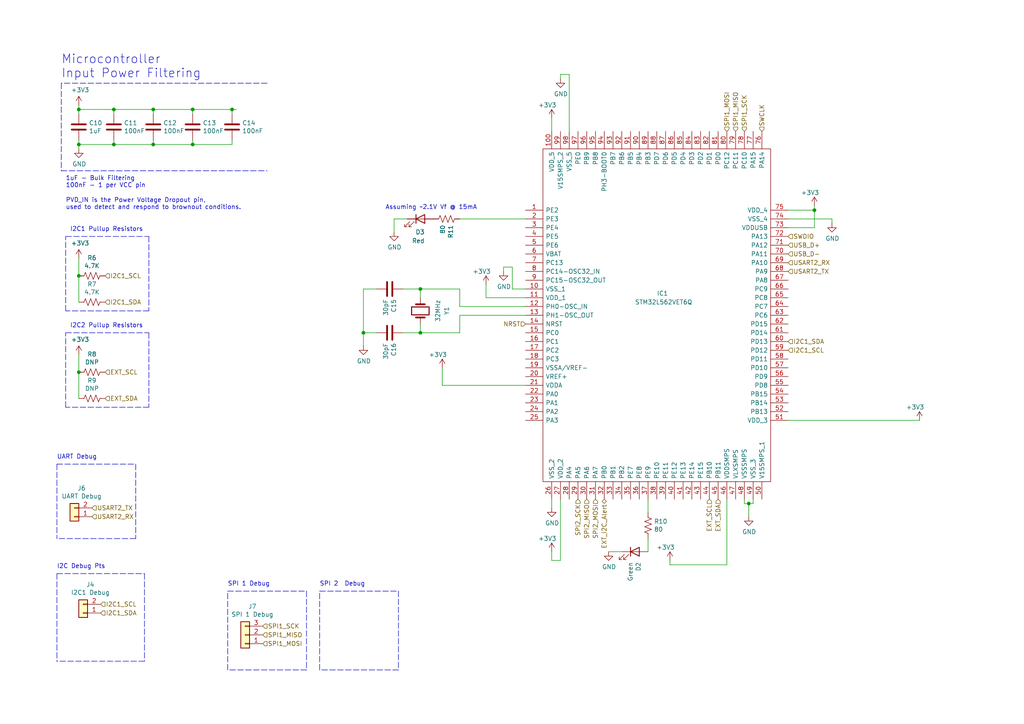
<source format=kicad_sch>
(kicad_sch (version 20211123) (generator eeschema)
  (paper "A4")
  (title_block (title "STM32L552CC Schematic") (date "2021-12-06") (rev "v1.0.4") (company "Missouri S&T Rocket Design Team '21 (Thomas Francois)") (comment 1 "https://github.com/MSTRocketDesignTeam/Avionics-Data-Collection-PCB") (comment 2 "Intended as initial pre-production design") (comment 3 "Schematic depicting logical connections between components"))
  (lib_symbols
    (symbol "Connector_Generic:Conn_01x02" (pin_names (offset 1.016) hide)
      (property "Reference" "J" (at 0 2.54 0))
      (property "Value" "Conn_01x02" (at 0 -5.08 0))
      (symbol "Conn_01x02_1_1"
        (rectangle (start -1.27 -2.413) (end 0 -2.667) (stroke (width 0.1524)))
        (rectangle (start -1.27 0.127) (end 0 -0.127) (stroke (width 0.1524)))
        (rectangle (start -1.27 1.27) (end 1.27 -3.81) (stroke (width 0.254)) (fill (type background)))
        (pin passive line (at -5.08 0 0) (length 3.81) (name "Pin_1") (number "1"))
        (pin passive line (at -5.08 -2.54 0) (length 3.81) (name "Pin_2") (number "2"))
      )
    )
    (symbol "Connector_Generic:Conn_01x03" (pin_names (offset 1.016) hide)
      (property "Reference" "J" (at 0 5.08 0))
      (property "Value" "Conn_01x03" (at 0 -5.08 0))
      (symbol "Conn_01x03_1_1"
        (rectangle (start -1.27 -2.413) (end 0 -2.667) (stroke (width 0.1524)))
        (rectangle (start -1.27 0.127) (end 0 -0.127) (stroke (width 0.1524)))
        (rectangle (start -1.27 2.667) (end 0 2.413) (stroke (width 0.1524)))
        (rectangle (start -1.27 3.81) (end 1.27 -3.81) (stroke (width 0.254)) (fill (type background)))
        (pin passive line (at -5.08 2.54 0) (length 3.81) (name "Pin_1") (number "1"))
        (pin passive line (at -5.08 0 0) (length 3.81) (name "Pin_2") (number "2"))
        (pin passive line (at -5.08 -2.54 0) (length 3.81) (name "Pin_3") (number "3"))
      )
    )
    (symbol "Data_Collection_KiCAD_Project-rescue:+3.3V-power-Data_Collection_KiCAD_Project-rescue" (power) (pin_names (offset 0))
      (property "Value" "Data_Collection_KiCAD_Project-rescue_+3.3V-power-Data_Collection_KiCAD_Project-rescue" (at 0 3.556 0))
      (symbol "+3.3V-power-Data_Collection_KiCAD_Project-rescue_0_1"
        (polyline (pts (xy -0.762 1.27) (xy 0 2.54)))
        (polyline (pts (xy 0 0) (xy 0 2.54)))
        (polyline (pts (xy 0 2.54) (xy 0.762 1.27)))
      )
      (symbol "+3.3V-power-Data_Collection_KiCAD_Project-rescue_1_1"
        (pin power_in line (at 0 0 90) (length 0) hide (name "+3V3") (number "1"))
      )
    )
    (symbol "Data_Collection_KiCAD_Project-rescue:C-Device-Data_Collection_KiCAD_Project-rescue" (pin_numbers hide) (pin_names (offset 0.254))
      (property "Reference" "C" (at 0.635 2.54 0))
      (property "Value" "Data_Collection_KiCAD_Project-rescue_C-Device-Data_Collection_KiCAD_Project-rescue" (at 0.635 -2.54 0))
      (symbol "C-Device-Data_Collection_KiCAD_Project-rescue_0_1"
        (polyline (pts (xy -2.032 -0.762) (xy 2.032 -0.762)) (stroke (width 0.508)))
        (polyline (pts (xy -2.032 0.762) (xy 2.032 0.762)) (stroke (width 0.508)))
      )
      (symbol "C-Device-Data_Collection_KiCAD_Project-rescue_1_1"
        (pin passive line (at 0 3.81 270) (length 2.794) (name "~") (number "1"))
        (pin passive line (at 0 -3.81 90) (length 2.794) (name "~") (number "2"))
      )
    )
    (symbol "Data_Collection_KiCAD_Project-rescue:Crystal-Device-Data_Collection_KiCAD_Project-rescue" (pin_numbers hide) (pin_names (offset 1.016) hide)
      (property "Reference" "Y" (at 0 3.81 0))
      (property "Value" "Data_Collection_KiCAD_Project-rescue_Crystal-Device-Data_Collection_KiCAD_Project-rescue" (at 0 -3.81 0))
      (symbol "Crystal-Device-Data_Collection_KiCAD_Project-rescue_0_1"
        (rectangle (start -1.143 2.54) (end 1.143 -2.54) (stroke (width 0.3048)))
        (polyline (pts (xy -2.54 0) (xy -1.905 0)))
        (polyline (pts (xy -1.905 -1.27) (xy -1.905 1.27)) (stroke (width 0.508)))
        (polyline (pts (xy 1.905 -1.27) (xy 1.905 1.27)) (stroke (width 0.508)))
        (polyline (pts (xy 2.54 0) (xy 1.905 0)))
      )
      (symbol "Crystal-Device-Data_Collection_KiCAD_Project-rescue_1_1"
        (pin passive line (at -3.81 0 0) (length 1.27) (name "1") (number "1"))
        (pin passive line (at 3.81 0 180) (length 1.27) (name "2") (number "2"))
      )
    )
    (symbol "Data_Collection_KiCAD_Project-rescue:GND-power-Data_Collection_KiCAD_Project-rescue" (power) (pin_names (offset 0))
      (property "Value" "Data_Collection_KiCAD_Project-rescue_GND-power-Data_Collection_KiCAD_Project-rescue" (at 0 -3.81 0))
      (symbol "GND-power-Data_Collection_KiCAD_Project-rescue_0_1"
        (polyline (pts (xy 0 0) (xy 0 -1.27) (xy 1.27 -1.27) (xy 0 -2.54) (xy -1.27 -1.27) (xy 0 -1.27)))
      )
      (symbol "GND-power-Data_Collection_KiCAD_Project-rescue_1_1"
        (pin power_in line (at 0 0 270) (length 0) hide (name "GND") (number "1"))
      )
    )
    (symbol "Data_Collection_KiCAD_Project-rescue:LED-Device-Data_Collection_KiCAD_Project-rescue" (pin_numbers hide) (pin_names (offset 1.016) hide)
      (property "Reference" "D" (at 0 2.54 0))
      (property "Value" "Data_Collection_KiCAD_Project-rescue_LED-Device-Data_Collection_KiCAD_Project-rescue" (at 0 -2.54 0))
      (symbol "LED-Device-Data_Collection_KiCAD_Project-rescue_0_1"
        (polyline (pts (xy -1.27 -1.27) (xy -1.27 1.27)) (stroke (width 0.254)))
        (polyline (pts (xy -1.27 0) (xy 1.27 0)))
        (polyline (pts (xy 1.27 -1.27) (xy 1.27 1.27) (xy -1.27 0) (xy 1.27 -1.27)) (stroke (width 0.254)))
        (polyline (pts (xy -3.048 -0.762) (xy -4.572 -2.286) (xy -3.81 -2.286) (xy -4.572 -2.286) (xy -4.572 -1.524)))
        (polyline (pts (xy -1.778 -0.762) (xy -3.302 -2.286) (xy -2.54 -2.286) (xy -3.302 -2.286) (xy -3.302 -1.524)))
      )
      (symbol "LED-Device-Data_Collection_KiCAD_Project-rescue_1_1"
        (pin passive line (at -3.81 0 0) (length 2.54) (name "K") (number "1"))
        (pin passive line (at 3.81 0 180) (length 2.54) (name "A") (number "2"))
      )
    )
    (symbol "Data_Collection_KiCAD_Project-rescue:STM32L562VET6Q-SamacSys_Parts-Charges_KiCAD_Project-rescue" (pin_names (offset 0.762))
      (property "Reference" "IC" (at 72.39 22.86 0))
      (property "Value" "Data_Collection_KiCAD_Project-rescue_STM32L562VET6Q-SamacSys_Parts-Charges_KiCAD_Project-rescue" (at 72.39 20.32 0))
      (symbol "STM32L562VET6Q-SamacSys_Parts-Charges_KiCAD_Project-rescue_0_0"
        (pin passive line (at 0 0 0) (length 5.08) (name "PE2") (number "1"))
        (pin passive line (at 0 -22.86 0) (length 5.08) (name "VSS_1") (number "10"))
        (pin passive line (at 7.62 22.86 270) (length 5.08) (name "VDD_5") (number "100"))
        (pin passive line (at 0 -25.4 0) (length 5.08) (name "VDD_1") (number "11"))
        (pin passive line (at 0 -27.94 0) (length 5.08) (name "PH0-OSC_IN") (number "12"))
        (pin passive line (at 0 -30.48 0) (length 5.08) (name "PH1-OSC_OUT") (number "13"))
        (pin passive line (at 0 -33.02 0) (length 5.08) (name "NRST") (number "14"))
        (pin passive line (at 0 -35.56 0) (length 5.08) (name "PC0") (number "15"))
        (pin passive line (at 0 -38.1 0) (length 5.08) (name "PC1") (number "16"))
        (pin passive line (at 0 -40.64 0) (length 5.08) (name "PC2") (number "17"))
        (pin passive line (at 0 -43.18 0) (length 5.08) (name "PC3") (number "18"))
        (pin passive line (at 0 -45.72 0) (length 5.08) (name "VSSA/VREF-") (number "19"))
        (pin passive line (at 0 -2.54 0) (length 5.08) (name "PE3") (number "2"))
        (pin passive line (at 0 -48.26 0) (length 5.08) (name "VREF+") (number "20"))
        (pin passive line (at 0 -50.8 0) (length 5.08) (name "VDDA") (number "21"))
        (pin passive line (at 0 -53.34 0) (length 5.08) (name "PA0") (number "22"))
        (pin passive line (at 0 -55.88 0) (length 5.08) (name "PA1") (number "23"))
        (pin passive line (at 0 -58.42 0) (length 5.08) (name "PA2") (number "24"))
        (pin passive line (at 0 -60.96 0) (length 5.08) (name "PA3") (number "25"))
        (pin passive line (at 7.62 -83.82 90) (length 5.08) (name "VSS_2") (number "26"))
        (pin passive line (at 10.16 -83.82 90) (length 5.08) (name "VDD_2") (number "27"))
        (pin passive line (at 12.7 -83.82 90) (length 5.08) (name "PA4") (number "28"))
        (pin passive line (at 15.24 -83.82 90) (length 5.08) (name "PA5") (number "29"))
        (pin passive line (at 0 -5.08 0) (length 5.08) (name "PE4") (number "3"))
        (pin passive line (at 17.78 -83.82 90) (length 5.08) (name "PA6") (number "30"))
        (pin passive line (at 20.32 -83.82 90) (length 5.08) (name "PA7") (number "31"))
        (pin passive line (at 22.86 -83.82 90) (length 5.08) (name "PB0") (number "32"))
        (pin passive line (at 25.4 -83.82 90) (length 5.08) (name "PB1") (number "33"))
        (pin passive line (at 27.94 -83.82 90) (length 5.08) (name "PB2") (number "34"))
        (pin passive line (at 30.48 -83.82 90) (length 5.08) (name "PE7") (number "35"))
        (pin passive line (at 33.02 -83.82 90) (length 5.08) (name "PE8") (number "36"))
        (pin passive line (at 35.56 -83.82 90) (length 5.08) (name "PE9") (number "37"))
        (pin passive line (at 38.1 -83.82 90) (length 5.08) (name "PE10") (number "38"))
        (pin passive line (at 40.64 -83.82 90) (length 5.08) (name "PE11") (number "39"))
        (pin passive line (at 0 -7.62 0) (length 5.08) (name "PE5") (number "4"))
        (pin passive line (at 43.18 -83.82 90) (length 5.08) (name "PE12") (number "40"))
        (pin passive line (at 45.72 -83.82 90) (length 5.08) (name "PE13") (number "41"))
        (pin passive line (at 48.26 -83.82 90) (length 5.08) (name "PE14") (number "42"))
        (pin passive line (at 50.8 -83.82 90) (length 5.08) (name "PE15") (number "43"))
        (pin passive line (at 53.34 -83.82 90) (length 5.08) (name "PB10") (number "44"))
        (pin passive line (at 55.88 -83.82 90) (length 5.08) (name "PB11") (number "45"))
        (pin passive line (at 58.42 -83.82 90) (length 5.08) (name "VDDSMPS") (number "46"))
        (pin passive line (at 60.96 -83.82 90) (length 5.08) (name "VLXSMPS") (number "47"))
        (pin passive line (at 63.5 -83.82 90) (length 5.08) (name "VSSSMPS") (number "48"))
        (pin passive line (at 66.04 -83.82 90) (length 5.08) (name "VSS_3") (number "49"))
        (pin passive line (at 0 -10.16 0) (length 5.08) (name "PE6") (number "5"))
        (pin passive line (at 68.58 -83.82 90) (length 5.08) (name "V15SMPS_1") (number "50"))
        (pin passive line (at 76.2 -60.96 180) (length 5.08) (name "VDD_3") (number "51"))
        (pin passive line (at 76.2 -58.42 180) (length 5.08) (name "PB13") (number "52"))
        (pin passive line (at 76.2 -55.88 180) (length 5.08) (name "PB14") (number "53"))
        (pin passive line (at 76.2 -53.34 180) (length 5.08) (name "PB15") (number "54"))
        (pin passive line (at 76.2 -50.8 180) (length 5.08) (name "PD8") (number "55"))
        (pin passive line (at 76.2 -48.26 180) (length 5.08) (name "PD9") (number "56"))
        (pin passive line (at 76.2 -45.72 180) (length 5.08) (name "PD10") (number "57"))
        (pin passive line (at 76.2 -43.18 180) (length 5.08) (name "PD11") (number "58"))
        (pin passive line (at 76.2 -40.64 180) (length 5.08) (name "PD12") (number "59"))
        (pin passive line (at 0 -12.7 0) (length 5.08) (name "VBAT") (number "6"))
        (pin passive line (at 76.2 -38.1 180) (length 5.08) (name "PD13") (number "60"))
        (pin passive line (at 76.2 -35.56 180) (length 5.08) (name "PD14") (number "61"))
        (pin passive line (at 76.2 -33.02 180) (length 5.08) (name "PD15") (number "62"))
        (pin passive line (at 76.2 -30.48 180) (length 5.08) (name "PC6") (number "63"))
        (pin passive line (at 76.2 -27.94 180) (length 5.08) (name "PC7") (number "64"))
        (pin passive line (at 76.2 -25.4 180) (length 5.08) (name "PC8") (number "65"))
        (pin passive line (at 76.2 -22.86 180) (length 5.08) (name "PC9") (number "66"))
        (pin passive line (at 76.2 -20.32 180) (length 5.08) (name "PA8") (number "67"))
        (pin passive line (at 76.2 -17.78 180) (length 5.08) (name "PA9") (number "68"))
        (pin passive line (at 76.2 -15.24 180) (length 5.08) (name "PA10") (number "69"))
        (pin passive line (at 0 -15.24 0) (length 5.08) (name "PC13") (number "7"))
        (pin passive line (at 76.2 -12.7 180) (length 5.08) (name "PA11") (number "70"))
        (pin passive line (at 76.2 -10.16 180) (length 5.08) (name "PA12") (number "71"))
        (pin passive line (at 76.2 -7.62 180) (length 5.08) (name "PA13") (number "72"))
        (pin passive line (at 76.2 -5.08 180) (length 5.08) (name "VDDUSB") (number "73"))
        (pin passive line (at 76.2 -2.54 180) (length 5.08) (name "VSS_4") (number "74"))
        (pin passive line (at 76.2 0 180) (length 5.08) (name "VDD_4") (number "75"))
        (pin passive line (at 68.58 22.86 270) (length 5.08) (name "PA14") (number "76"))
        (pin passive line (at 66.04 22.86 270) (length 5.08) (name "PA15") (number "77"))
        (pin passive line (at 63.5 22.86 270) (length 5.08) (name "PC10") (number "78"))
        (pin passive line (at 60.96 22.86 270) (length 5.08) (name "PC11") (number "79"))
        (pin passive line (at 0 -17.78 0) (length 5.08) (name "PC14-OSC32_IN") (number "8"))
        (pin passive line (at 58.42 22.86 270) (length 5.08) (name "PC12") (number "80"))
        (pin passive line (at 55.88 22.86 270) (length 5.08) (name "PD0") (number "81"))
        (pin passive line (at 53.34 22.86 270) (length 5.08) (name "PD1") (number "82"))
        (pin passive line (at 50.8 22.86 270) (length 5.08) (name "PD2") (number "83"))
        (pin passive line (at 48.26 22.86 270) (length 5.08) (name "PD3") (number "84"))
        (pin passive line (at 45.72 22.86 270) (length 5.08) (name "PD4") (number "85"))
        (pin passive line (at 43.18 22.86 270) (length 5.08) (name "PD5") (number "86"))
        (pin passive line (at 40.64 22.86 270) (length 5.08) (name "PD6") (number "87"))
        (pin passive line (at 38.1 22.86 270) (length 5.08) (name "PD7") (number "88"))
        (pin passive line (at 35.56 22.86 270) (length 5.08) (name "PB3") (number "89"))
        (pin passive line (at 0 -20.32 0) (length 5.08) (name "PC15-OSC32_OUT") (number "9"))
        (pin passive line (at 33.02 22.86 270) (length 5.08) (name "PB4") (number "90"))
        (pin passive line (at 30.48 22.86 270) (length 5.08) (name "PB5") (number "91"))
        (pin passive line (at 27.94 22.86 270) (length 5.08) (name "PB6") (number "92"))
        (pin passive line (at 25.4 22.86 270) (length 5.08) (name "PB7") (number "93"))
        (pin passive line (at 22.86 22.86 270) (length 5.08) (name "PH3-BOOT0") (number "94"))
        (pin passive line (at 20.32 22.86 270) (length 5.08) (name "PB8") (number "95"))
        (pin passive line (at 17.78 22.86 270) (length 5.08) (name "PB9") (number "96"))
        (pin passive line (at 15.24 22.86 270) (length 5.08) (name "PE0") (number "97"))
        (pin passive line (at 12.7 22.86 270) (length 5.08) (name "VSS_5") (number "98"))
        (pin passive line (at 10.16 22.86 270) (length 5.08) (name "V15SMPS_2") (number "99"))
      )
      (symbol "STM32L562VET6Q-SamacSys_Parts-Charges_KiCAD_Project-rescue_0_1"
        (polyline (pts (xy 5.08 17.78) (xy 71.12 17.78) (xy 71.12 -78.74) (xy 5.08 -78.74) (xy 5.08 17.78)) (stroke (width 0.1524)))
      )
    )
    (symbol "Device:R_US" (pin_numbers hide) (pin_names (offset 0))
      (property "Reference" "R" (at 2.54 0 90))
      (property "Value" "R_US" (at -2.54 0 90))
      (symbol "R_US_0_1"
        (polyline (pts (xy 0 -2.286) (xy 0 -2.54)))
        (polyline (pts (xy 0 2.286) (xy 0 2.54)))
        (polyline (pts (xy 0 -0.762) (xy 1.016 -1.143) (xy 0 -1.524) (xy -1.016 -1.905) (xy 0 -2.286)))
        (polyline (pts (xy 0 0.762) (xy 1.016 0.381) (xy 0 0) (xy -1.016 -0.381) (xy 0 -0.762)))
        (polyline (pts (xy 0 2.286) (xy 1.016 1.905) (xy 0 1.524) (xy -1.016 1.143) (xy 0 0.762)))
      )
      (symbol "R_US_1_1"
        (pin passive line (at 0 3.81 270) (length 1.27) (name "~") (number "1"))
        (pin passive line (at 0 -3.81 90) (length 1.27) (name "~") (number "2"))
      )
    )
    (symbol "power:GND" (power) (pin_names (offset 0))
      (property "Value" "GND" (at 0 -3.81 0))
      (symbol "GND_0_1"
        (polyline (pts (xy 0 0) (xy 0 -1.27) (xy 1.27 -1.27) (xy 0 -2.54) (xy -1.27 -1.27) (xy 0 -1.27)))
      )
      (symbol "GND_1_1"
        (pin power_in line (at 0 0 270) (length 0) hide (name "GND") (number "1"))
      )
    )
  )
  (junction (at 44.45 31.75))
  (junction (at 44.45 41.91))
  (junction (at 217.17 146.05))
  (junction (at 22.86 80.01))
  (junction (at 55.88 41.91))
  (junction (at 22.86 31.75))
  (junction (at 121.92 83.82))
  (junction (at 121.92 96.52))
  (junction (at 236.22 60.96))
  (junction (at 22.86 107.95))
  (junction (at 67.31 31.75))
  (junction (at 22.86 41.91))
  (junction (at 55.88 31.75))
  (junction (at 33.02 41.91))
  (junction (at 105.41 96.52))
  (junction (at 33.02 31.75))
  (polyline (pts (xy 17.78 49.53) (xy 77.47 49.53)))
  (wire (pts (xy 162.56 162.56) (xy 160.02 162.56)))
  (polyline (pts (xy 43.18 68.58) (xy 43.18 90.17)))
  (polyline (pts (xy 66.04 194.31) (xy 66.04 171.45)))
  (wire (pts (xy 121.92 96.52) (xy 133.35 96.52)))
  (wire (pts (xy 215.9 144.78) (xy 215.9 146.05)))
  (wire (pts (xy 160.02 144.78) (xy 160.02 147.32)))
  (polyline (pts (xy 19.05 68.58) (xy 43.18 68.58)))
  (wire (pts (xy 162.56 21.59) (xy 162.56 22.86)))
  (polyline (pts (xy 16.51 166.37) (xy 41.91 166.37)))
  (wire (pts (xy 133.35 63.5) (xy 152.4 63.5)))
  (wire (pts (xy 33.02 31.75) (xy 22.86 31.75)))
  (polyline (pts (xy 19.05 118.11) (xy 19.05 96.52)))
  (polyline (pts (xy 39.37 134.62) (xy 39.37 156.21)))
  (wire (pts (xy 210.82 144.78) (xy 210.82 163.83)))
  (wire (pts (xy 33.02 41.91) (xy 44.45 41.91)))
  (wire (pts (xy 67.31 33.02) (xy 67.31 31.75)))
  (polyline (pts (xy 77.47 24.13) (xy 17.78 24.13)))
  (wire (pts (xy 121.92 96.52) (xy 121.92 93.98)))
  (polyline (pts (xy 66.04 171.45) (xy 88.9 171.45)))
  (wire (pts (xy 128.27 106.68) (xy 128.27 111.76)))
  (wire (pts (xy 22.86 102.87) (xy 22.86 107.95)))
  (wire (pts (xy 67.31 31.75) (xy 55.88 31.75)))
  (wire (pts (xy 152.4 86.36) (xy 140.97 86.36)))
  (polyline (pts (xy 41.91 191.77) (xy 16.51 191.77)))
  (wire (pts (xy 105.41 83.82) (xy 105.41 96.52)))
  (wire (pts (xy 44.45 33.02) (xy 44.45 31.75)))
  (polyline (pts (xy 92.71 194.31) (xy 92.71 171.45)))
  (polyline (pts (xy 19.05 96.52) (xy 43.18 96.52)))
  (wire (pts (xy 152.4 83.82) (xy 148.59 83.82)))
  (wire (pts (xy 236.22 60.96) (xy 236.22 59.69)))
  (polyline (pts (xy 17.78 24.13) (xy 17.78 49.53)))
  (wire (pts (xy 180.34 160.02) (xy 176.53 160.02)))
  (wire (pts (xy 228.6 60.96) (xy 236.22 60.96)))
  (wire (pts (xy 33.02 33.02) (xy 33.02 31.75)))
  (wire (pts (xy 67.31 31.75) (xy 68.58 31.75)))
  (polyline (pts (xy 39.37 156.21) (xy 16.51 156.21)))
  (wire (pts (xy 187.96 160.02) (xy 187.96 156.21)))
  (wire (pts (xy 22.86 30.48) (xy 22.86 31.75)))
  (wire (pts (xy 133.35 88.9) (xy 152.4 88.9)))
  (polyline (pts (xy 115.57 194.31) (xy 92.71 194.31)))
  (wire (pts (xy 140.97 82.55) (xy 140.97 86.36)))
  (wire (pts (xy 146.05 77.47) (xy 146.05 78.74)))
  (wire (pts (xy 67.31 41.91) (xy 67.31 40.64)))
  (wire (pts (xy 165.1 21.59) (xy 162.56 21.59)))
  (wire (pts (xy 217.17 146.05) (xy 218.44 146.05)))
  (wire (pts (xy 218.44 146.05) (xy 218.44 144.78)))
  (wire (pts (xy 105.41 96.52) (xy 109.22 96.52)))
  (wire (pts (xy 116.84 96.52) (xy 121.92 96.52)))
  (polyline (pts (xy 43.18 118.11) (xy 19.05 118.11)))
  (wire (pts (xy 121.92 86.36) (xy 121.92 83.82)))
  (wire (pts (xy 215.9 146.05) (xy 217.17 146.05)))
  (wire (pts (xy 44.45 41.91) (xy 55.88 41.91)))
  (polyline (pts (xy 43.18 96.52) (xy 43.18 118.11)))
  (wire (pts (xy 228.6 63.5) (xy 241.3 63.5)))
  (wire (pts (xy 121.92 83.82) (xy 116.84 83.82)))
  (wire (pts (xy 236.22 60.96) (xy 236.22 66.04)))
  (wire (pts (xy 187.96 148.59) (xy 187.96 144.78)))
  (wire (pts (xy 228.6 121.92) (xy 266.7 121.92)))
  (wire (pts (xy 160.02 34.29) (xy 160.02 38.1)))
  (wire (pts (xy 22.86 31.75) (xy 22.86 33.02)))
  (wire (pts (xy 22.86 115.57) (xy 22.86 107.95)))
  (polyline (pts (xy 19.05 90.17) (xy 19.05 68.58)))
  (wire (pts (xy 22.86 41.91) (xy 33.02 41.91)))
  (wire (pts (xy 128.27 111.76) (xy 152.4 111.76)))
  (wire (pts (xy 22.86 41.91) (xy 22.86 43.18)))
  (wire (pts (xy 114.3 63.5) (xy 114.3 67.31)))
  (wire (pts (xy 160.02 162.56) (xy 160.02 160.02)))
  (wire (pts (xy 148.59 83.82) (xy 148.59 77.47)))
  (wire (pts (xy 22.86 87.63) (xy 22.86 80.01)))
  (wire (pts (xy 162.56 144.78) (xy 162.56 162.56)))
  (polyline (pts (xy 16.51 134.62) (xy 39.37 134.62)))
  (polyline (pts (xy 16.51 166.37) (xy 16.51 191.77)))
  (wire (pts (xy 133.35 96.52) (xy 133.35 91.44)))
  (wire (pts (xy 55.88 41.91) (xy 67.31 41.91)))
  (wire (pts (xy 241.3 63.5) (xy 241.3 64.77)))
  (wire (pts (xy 105.41 96.52) (xy 105.41 100.33)))
  (polyline (pts (xy 41.91 166.37) (xy 41.91 191.77)))
  (wire (pts (xy 22.86 74.93) (xy 22.86 80.01)))
  (wire (pts (xy 194.31 163.83) (xy 194.31 162.56)))
  (wire (pts (xy 55.88 41.91) (xy 55.88 40.64)))
  (polyline (pts (xy 88.9 194.31) (xy 66.04 194.31)))
  (wire (pts (xy 133.35 91.44) (xy 152.4 91.44)))
  (wire (pts (xy 33.02 40.64) (xy 33.02 41.91)))
  (wire (pts (xy 55.88 31.75) (xy 44.45 31.75)))
  (polyline (pts (xy 16.51 134.62) (xy 16.51 156.21)))
  (wire (pts (xy 44.45 31.75) (xy 33.02 31.75)))
  (polyline (pts (xy 88.9 171.45) (xy 88.9 194.31)))
  (wire (pts (xy 148.59 77.47) (xy 146.05 77.47)))
  (polyline (pts (xy 43.18 90.17) (xy 19.05 90.17)))
  (wire (pts (xy 55.88 33.02) (xy 55.88 31.75)))
  (wire (pts (xy 133.35 83.82) (xy 121.92 83.82)))
  (wire (pts (xy 217.17 146.05) (xy 217.17 149.86)))
  (polyline (pts (xy 92.71 171.45) (xy 115.57 171.45)))
  (wire (pts (xy 109.22 83.82) (xy 105.41 83.82)))
  (wire (pts (xy 44.45 40.64) (xy 44.45 41.91)))
  (wire (pts (xy 133.35 88.9) (xy 133.35 83.82)))
  (wire (pts (xy 22.86 40.64) (xy 22.86 41.91)))
  (polyline (pts (xy 115.57 171.45) (xy 115.57 194.31)))
  (wire (pts (xy 118.11 63.5) (xy 114.3 63.5)))
  (wire (pts (xy 236.22 66.04) (xy 228.6 66.04)))
  (wire (pts (xy 165.1 38.1) (xy 165.1 21.59)))
  (wire (pts (xy 194.31 163.83) (xy 210.82 163.83)))
  (text "SPI 2  Debug " (at 92.71 170.18 0) (effects (font (size 1.27 1.27)) (justify left bottom)))
  (text "PVD_IN is the Power Voltage Dropout pin,\nused to detect and respond to brownout conditions." (at 19.05 60.96 0) (effects (font (size 1.27 1.27)) (justify left bottom)))
  (text "I2C1 Pullup Resistors" (at 20.32 67.31 0) (effects (font (size 1.27 1.27)) (justify left bottom)))
  (text "SPI 1 Debug " (at 66.04 170.18 0) (effects (font (size 1.27 1.27)) (justify left bottom)))
  (text "I2C Debug Pts" (at 16.51 165.1 0) (effects (font (size 1.27 1.27)) (justify left bottom)))
  (text "1uF - Bulk Filtering\n100nF - 1 per VCC pin" (at 19.05 54.61 0) (effects (font (size 1.27 1.27)) (justify left bottom)))
  (text "Assuming ~2.1V Vf @ 15mA" (at 111.76 60.96 0) (effects (font (size 1.27 1.27)) (justify left bottom)))
  (text "Microcontroller\nInput Power Filtering" (at 17.78 22.86 0) (effects (font (size 2.54 2.54)) (justify left bottom)))
  (text "I2C2 Pullup Resistors" (at 20.32 95.25 0) (effects (font (size 1.27 1.27)) (justify left bottom)))
  (text "UART Debug" (at 16.51 133.35 0) (effects (font (size 1.27 1.27)) (justify left bottom)))
  (hierarchical_label "SPI1_MISO" (shape input) (at 76.2 184.15 0))
  (hierarchical_label "I2C1_SCL" (shape input) (at 228.6 101.6 0))
  (hierarchical_label "I2C1_SDA" (shape input) (at 30.48 87.63 0))
  (hierarchical_label "SPI1_MISO" (shape input) (at 213.36 38.1 90))
  (hierarchical_label "USB_D+" (shape input) (at 228.6 71.12 0))
  (hierarchical_label "SPI1_SCK" (shape input) (at 215.9 38.1 90))
  (hierarchical_label "SWCLK" (shape input) (at 220.98 38.1 90))
  (hierarchical_label "USART2_RX" (shape input) (at 228.6 76.2 0))
  (hierarchical_label "USB_D-" (shape input) (at 228.6 73.66 0))
  (hierarchical_label "I2C1_SCL" (shape input) (at 29.21 175.26 0))
  (hierarchical_label "EXT_SDA" (shape input) (at 208.28 144.78 270))
  (hierarchical_label "SPI2_MOSI" (shape input) (at 172.72 144.78 270))
  (hierarchical_label "SPI2_MISO" (shape input) (at 170.18 144.78 270))
  (hierarchical_label "USART2_TX" (shape input) (at 26.67 147.32 0))
  (hierarchical_label "USART2_TX" (shape input) (at 228.6 78.74 0))
  (hierarchical_label "I2C1_SDA" (shape input) (at 228.6 99.06 0))
  (hierarchical_label "SPI1_SCK" (shape input) (at 76.2 181.61 0))
  (hierarchical_label "I2C1_SDA" (shape input) (at 29.21 177.8 0))
  (hierarchical_label "NRST" (shape input) (at 152.4 93.98 180))
  (hierarchical_label "SPI2_SCK" (shape input) (at 167.64 144.78 270))
  (hierarchical_label "EXT_SCL" (shape input) (at 30.48 107.95 0))
  (hierarchical_label "EXT_SCL" (shape input) (at 205.74 144.78 270))
  (hierarchical_label "EXT_SDA" (shape input) (at 30.48 115.57 0))
  (hierarchical_label "SWDIO" (shape input) (at 228.6 68.58 0))
  (hierarchical_label "I2C1_SCL" (shape input) (at 30.48 80.01 0))
  (hierarchical_label "SPI1_MOSI" (shape input) (at 76.2 186.69 0))
  (hierarchical_label "SPI1_MOSI" (shape input) (at 210.82 38.1 90))
  (hierarchical_label "USART2_RX" (shape input) (at 26.67 149.86 0))
  (hierarchical_label "EXT_I2C_Alert" (shape bidirectional) (at 175.26 144.78 270))
  (symbol (lib_id "Device:R_US") (at 26.67 80.01 270) (unit 1)
    (property "Reference" "R6" (at 26.67 74.803 90))
    (property "Value" "4.7K" (at 26.67 77.1144 90))
    (property "Footprint" "Resistor_SMD:R_0603_1608Metric_Pad0.98x0.95mm_HandSolder" (effects hide))
  )
  (symbol (lib_id "Device:R_US") (at 26.67 87.63 270) (unit 1)
    (property "Reference" "R7" (at 26.67 82.423 90))
    (property "Value" "4.7K" (at 26.67 84.7344 90))
    (property "Footprint" "Resistor_SMD:R_0603_1608Metric_Pad0.98x0.95mm_HandSolder" (effects hide))
  )
  (symbol (lib_id "Data_Collection_KiCAD_Project-rescue:+3.3V-power-Data_Collection_KiCAD_Project-rescue") (at 22.86 74.93 0)
    (property "Reference" "#PWR026" (effects hide))
    (property "Value" "+3.3V" (at 23.241 70.5358 0))
  )
  (symbol (lib_id "Device:R_US") (at 187.96 152.4 0) (unit 1)
    (property "Reference" "R10" (at 189.6872 151.2316 0) (effects (justify left)))
    (property "Value" "80" (at 189.6872 153.543 0) (effects (justify left)))
    (property "Footprint" "Resistor_SMD:R_0603_1608Metric_Pad0.98x0.95mm_HandSolder" (effects hide))
  )
  (symbol (lib_id "Device:R_US") (at 129.54 63.5 270) (unit 1)
    (property "Reference" "R11" (at 130.7084 65.2272 0) (effects (justify left)))
    (property "Value" "80" (at 128.397 65.2272 0) (effects (justify left)))
    (property "Footprint" "Resistor_SMD:R_0603_1608Metric_Pad0.98x0.95mm_HandSolder" (effects hide))
  )
  (symbol (lib_id "Data_Collection_KiCAD_Project-rescue:LED-Device-Data_Collection_KiCAD_Project-rescue") (at 121.92 63.5 0)
    (property "Reference" "D3" (at 123.19 67.31 0) (effects (justify right)))
    (property "Value" "Red" (at 123.19 69.85 0) (effects (justify right)))
    (property "Footprint" "Diode_SMD:D_0603_1608Metric_Pad1.05x0.95mm_HandSolder" (effects hide))
    (property "Datasheet" "https://fscdn.rohm.com/en/products/databook/datasheet/opto/led/chip_mono/sml-d12x8_d13x8-e.pdf" (effects hide))
    (property "Digikey" "https://www.digikey.com/en/products/detail/rohm-semiconductor/SML-D12U8WT86/1641799" (effects hide))
  )
  (symbol (lib_id "Data_Collection_KiCAD_Project-rescue:GND-power-Data_Collection_KiCAD_Project-rescue") (at 176.53 160.02 0)
    (property "Reference" "#PWR034" (effects hide))
    (property "Value" "GND" (at 176.657 164.4142 0))
  )
  (symbol (lib_id "Device:R_US") (at 26.67 107.95 270) (unit 1)
    (property "Reference" "R8" (at 26.67 102.743 90))
    (property "Value" "DNP" (at 26.67 105.0544 90))
    (property "Footprint" "Resistor_SMD:R_0603_1608Metric_Pad0.98x0.95mm_HandSolder" (effects hide))
  )
  (symbol (lib_id "Device:R_US") (at 26.67 115.57 270) (unit 1)
    (property "Reference" "R9" (at 26.67 110.363 90))
    (property "Value" "DNP" (at 26.67 112.6744 90))
    (property "Footprint" "Resistor_SMD:R_0603_1608Metric_Pad0.98x0.95mm_HandSolder" (effects hide))
  )
  (symbol (lib_id "Data_Collection_KiCAD_Project-rescue:+3.3V-power-Data_Collection_KiCAD_Project-rescue") (at 22.86 102.87 0)
    (property "Reference" "#PWR027" (effects hide))
    (property "Value" "+3.3V" (at 23.241 98.4758 0))
  )
  (symbol (lib_id "Data_Collection_KiCAD_Project-rescue:+3.3V-power-Data_Collection_KiCAD_Project-rescue") (at 160.02 34.29 0)
    (property "Reference" "#PWR032" (effects hide))
    (property "Value" "+3.3V" (at 158.75 30.48 0))
  )
  (symbol (lib_id "Data_Collection_KiCAD_Project-rescue:STM32L562VET6Q-SamacSys_Parts-Charges_KiCAD_Project-rescue") (at 152.4 60.96 0) (unit 1)
    (property "Reference" "IC1" (at 190.5 85.09 0) (effects (justify left)))
    (property "Value" "STM32L562VET6Q" (at 184.15 87.63 0) (effects (justify left)))
    (property "Footprint" "STM32L562VET6Q:STM32L562VET6Q" (effects hide))
    (property "Datasheet" "https://www.st.com/resource/en/datasheet/stm32l562ve.pdf" (effects hide))
    (property "Description" "32-bit Microcontrollers - MCU 16/32-BITS MICROS" (effects hide))
    (property "Height" "1.6" (effects hide))
    (property "Mouser Part Number" "511-STM32L562VET6Q" (effects hide))
    (property "Mouser Price/Stock" "https://www.mouser.co.uk/ProductDetail/STMicroelectronics/STM32L562VET6Q?qs=%252B6g0mu59x7LmzZ%252BsHmyBKw%3D%3D" (effects hide))
    (property "Manufacturer_Name" "STMicroelectronics" (effects hide))
    (property "Manufacturer_Part_Number" "STM32L562VET6Q" (effects hide))
  )
  (symbol (lib_id "power:GND") (at 162.56 22.86 0) (unit 1)
    (property "Reference" "#PWR0116" (effects hide))
    (property "Value" "GND" (at 162.687 27.2542 0))
  )
  (symbol (lib_id "Data_Collection_KiCAD_Project-rescue:+3.3V-power-Data_Collection_KiCAD_Project-rescue") (at 140.97 82.55 0)
    (property "Reference" "#PWR030" (effects hide))
    (property "Value" "+3.3V" (at 139.7 78.74 0))
  )
  (symbol (lib_id "power:GND") (at 146.05 78.74 0) (unit 1)
    (property "Reference" "#PWR0117" (effects hide))
    (property "Value" "GND" (at 146.177 83.1342 0))
  )
  (symbol (lib_id "Data_Collection_KiCAD_Project-rescue:+3.3V-power-Data_Collection_KiCAD_Project-rescue") (at 128.27 106.68 0)
    (property "Reference" "#PWR029" (effects hide))
    (property "Value" "+3.3V" (at 127 102.87 0))
  )
  (symbol (lib_id "Data_Collection_KiCAD_Project-rescue:+3.3V-power-Data_Collection_KiCAD_Project-rescue") (at 236.22 59.69 0)
    (property "Reference" "#PWR057" (effects hide))
    (property "Value" "+3.3V" (at 234.95 55.88 0))
  )
  (symbol (lib_id "power:GND") (at 241.3 64.77 0) (unit 1)
    (property "Reference" "#PWR0118" (effects hide))
    (property "Value" "GND" (at 241.427 69.1642 0))
  )
  (symbol (lib_id "power:GND") (at 160.02 147.32 0) (unit 1)
    (property "Reference" "#PWR0119" (effects hide))
    (property "Value" "GND" (at 160.147 151.7142 0))
  )
  (symbol (lib_id "Data_Collection_KiCAD_Project-rescue:+3.3V-power-Data_Collection_KiCAD_Project-rescue") (at 160.02 160.02 0)
    (property "Reference" "#PWR053" (effects hide))
    (property "Value" "+3.3V" (at 158.75 156.21 0))
  )
  (symbol (lib_id "Data_Collection_KiCAD_Project-rescue:+3.3V-power-Data_Collection_KiCAD_Project-rescue") (at 194.31 162.56 0)
    (property "Reference" "#PWR055" (effects hide))
    (property "Value" "+3.3V" (at 193.04 158.75 0))
  )
  (symbol (lib_id "power:GND") (at 217.17 149.86 0) (unit 1)
    (property "Reference" "#PWR0120" (effects hide))
    (property "Value" "GND" (at 217.297 154.2542 0))
  )
  (symbol (lib_id "Data_Collection_KiCAD_Project-rescue:+3.3V-power-Data_Collection_KiCAD_Project-rescue") (at 266.7 121.92 0)
    (property "Reference" "#PWR059" (effects hide))
    (property "Value" "+3.3V" (at 265.43 118.11 0))
  )
  (symbol (lib_id "Data_Collection_KiCAD_Project-rescue:Crystal-Device-Data_Collection_KiCAD_Project-rescue") (at 121.92 90.17 270)
    (property "Reference" "Y1" (at 129.54 90.17 0))
    (property "Value" "32MHz" (at 127 90.17 0))
    (property "Footprint" "RDT_Custom_Footprints:XTAL_ABM7-32.000MHZ-D2Y-T" (effects hide))
  )
  (symbol (lib_id "Data_Collection_KiCAD_Project-rescue:C-Device-Data_Collection_KiCAD_Project-rescue") (at 113.03 83.82 270)
    (property "Reference" "C15" (at 114.1984 86.741 0) (effects (justify left)))
    (property "Value" "30pF" (at 111.887 86.741 0) (effects (justify left)))
    (property "Footprint" "Capacitor_SMD:C_0603_1608Metric_Pad1.08x0.95mm_HandSolder" (effects hide))
  )
  (symbol (lib_id "Data_Collection_KiCAD_Project-rescue:C-Device-Data_Collection_KiCAD_Project-rescue") (at 113.03 96.52 270)
    (property "Reference" "C16" (at 114.1984 99.441 0) (effects (justify left)))
    (property "Value" "30pF" (at 111.887 99.441 0) (effects (justify left)))
    (property "Footprint" "Capacitor_SMD:C_0603_1608Metric_Pad1.08x0.95mm_HandSolder" (effects hide))
  )
  (symbol (lib_id "power:GND") (at 105.41 100.33 0) (unit 1)
    (property "Reference" "#PWR0121" (effects hide))
    (property "Value" "GND" (at 105.537 104.7242 0))
  )
  (symbol (lib_id "Connector_Generic:Conn_01x03") (at 71.12 184.15 180) (unit 1)
    (property "Reference" "J7" (at 73.2028 175.895 0))
    (property "Value" "SPI 1 Debug" (at 73.2028 178.2064 0))
    (property "Footprint" "Connector_PinHeader_2.54mm:PinHeader_1x03_P2.54mm_Vertical" (effects hide))
  )
  (symbol (lib_id "Connector_Generic:Conn_01x02") (at 21.59 149.86 180) (unit 1)
    (property "Reference" "J6" (at 23.6728 141.605 0))
    (property "Value" "UART Debug" (at 23.6728 143.9164 0))
    (property "Footprint" "Connector_PinHeader_2.54mm:PinHeader_1x02_P2.54mm_Vertical" (effects hide))
  )
  (symbol (lib_id "Connector_Generic:Conn_01x02") (at 24.13 177.8 180) (unit 1)
    (property "Reference" "J4" (at 26.2128 169.545 0))
    (property "Value" "I2C1 Debug" (at 26.2128 171.8564 0))
    (property "Footprint" "Connector_PinHeader_2.54mm:PinHeader_1x02_P2.54mm_Vertical" (effects hide))
  )
  (symbol (lib_id "Data_Collection_KiCAD_Project-rescue:LED-Device-Data_Collection_KiCAD_Project-rescue") (at 184.15 160.02 0)
    (property "Reference" "D2" (at 185.1406 163.0172 90) (effects (justify right)))
    (property "Value" "Green" (at 182.8292 163.0172 90) (effects (justify right)))
    (property "Footprint" "Diode_SMD:D_0603_1608Metric_Pad1.05x0.95mm_HandSolder" (effects hide))
    (property "Datasheet" "https://fscdn.rohm.com/en/products/databook/datasheet/opto/led/chip_mono/sml-d12x8_d13x8-e.pdf" (effects hide))
    (property "Digikey" "https://www.digikey.com/en/products/detail/rohm-semiconductor/SML-D12P8WT86/1641798" (effects hide))
  )
  (symbol (lib_id "Data_Collection_KiCAD_Project-rescue:GND-power-Data_Collection_KiCAD_Project-rescue") (at 114.3 67.31 0)
    (property "Reference" "#PWR033" (effects hide))
    (property "Value" "GND" (at 114.427 71.7042 0))
  )
  (symbol (lib_id "Data_Collection_KiCAD_Project-rescue:GND-power-Data_Collection_KiCAD_Project-rescue") (at 22.86 43.18 0)
    (property "Reference" "#PWR025" (effects hide))
    (property "Value" "GND" (at 22.987 47.5742 0))
  )
  (symbol (lib_id "Data_Collection_KiCAD_Project-rescue:C-Device-Data_Collection_KiCAD_Project-rescue") (at 22.86 36.83 0)
    (property "Reference" "C10" (at 25.781 35.6616 0) (effects (justify left)))
    (property "Value" "1uF" (at 25.781 37.973 0) (effects (justify left)))
    (property "Footprint" "Capacitor_SMD:C_0603_1608Metric_Pad1.08x0.95mm_HandSolder" (effects hide))
  )
  (symbol (lib_id "Data_Collection_KiCAD_Project-rescue:+3.3V-power-Data_Collection_KiCAD_Project-rescue") (at 22.86 30.48 0)
    (property "Reference" "#PWR024" (effects hide))
    (property "Value" "+3.3V" (at 23.241 26.0858 0))
  )
  (symbol (lib_id "Data_Collection_KiCAD_Project-rescue:C-Device-Data_Collection_KiCAD_Project-rescue") (at 33.02 36.83 0)
    (property "Reference" "C11" (at 35.941 35.6616 0) (effects (justify left)))
    (property "Value" "100nF" (at 35.941 37.973 0) (effects (justify left)))
    (property "Footprint" "Capacitor_SMD:C_0603_1608Metric_Pad1.08x0.95mm_HandSolder" (effects hide))
  )
  (symbol (lib_id "Data_Collection_KiCAD_Project-rescue:C-Device-Data_Collection_KiCAD_Project-rescue") (at 44.45 36.83 0)
    (property "Reference" "C12" (at 47.371 35.6616 0) (effects (justify left)))
    (property "Value" "100nF" (at 47.371 37.973 0) (effects (justify left)))
    (property "Footprint" "Capacitor_SMD:C_0603_1608Metric_Pad1.08x0.95mm_HandSolder" (effects hide))
  )
  (symbol (lib_id "Data_Collection_KiCAD_Project-rescue:C-Device-Data_Collection_KiCAD_Project-rescue") (at 55.88 36.83 0)
    (property "Reference" "C13" (at 58.801 35.6616 0) (effects (justify left)))
    (property "Value" "100nF" (at 58.801 37.973 0) (effects (justify left)))
    (property "Footprint" "Capacitor_SMD:C_0603_1608Metric_Pad1.08x0.95mm_HandSolder" (effects hide))
  )
  (symbol (lib_id "Data_Collection_KiCAD_Project-rescue:C-Device-Data_Collection_KiCAD_Project-rescue") (at 67.31 36.83 0)
    (property "Reference" "C14" (at 70.231 35.6616 0) (effects (justify left)))
    (property "Value" "100nF" (at 70.231 37.973 0) (effects (justify left)))
    (property "Footprint" "Capacitor_SMD:C_0603_1608Metric_Pad1.08x0.95mm_HandSolder" (effects hide))
  )
)
</source>
